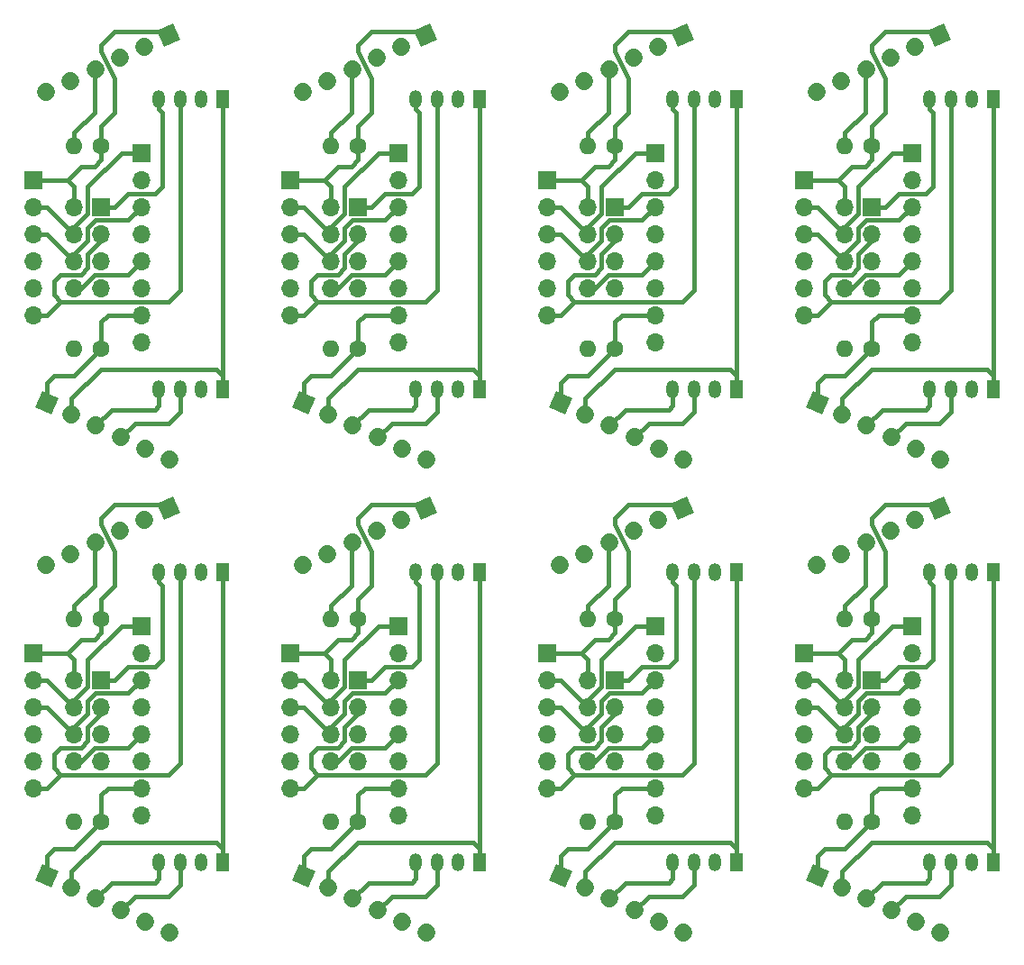
<source format=gbl>
G04 #@! TF.FileFunction,Copper,L2,Bot,Signal*
%FSLAX46Y46*%
G04 Gerber Fmt 4.6, Leading zero omitted, Abs format (unit mm)*
G04 Created by KiCad (PCBNEW 4.0.7) date 06/11/20 11:20:33*
%MOMM*%
%LPD*%
G01*
G04 APERTURE LIST*
%ADD10C,0.100000*%
%ADD11R,1.700000X1.700000*%
%ADD12O,1.700000X1.700000*%
%ADD13C,1.600000*%
%ADD14O,1.600000X1.600000*%
%ADD15C,1.700000*%
%ADD16R,1.200000X1.700000*%
%ADD17O,1.200000X1.700000*%
%ADD18C,0.400000*%
G04 APERTURE END LIST*
D10*
D11*
X144780000Y-102870000D03*
D12*
X142240000Y-102870000D03*
X144780000Y-105410000D03*
X142240000Y-105410000D03*
X144780000Y-107950000D03*
X142240000Y-107950000D03*
X144780000Y-110490000D03*
X142240000Y-110490000D03*
D11*
X120650000Y-102870000D03*
D12*
X118110000Y-102870000D03*
X120650000Y-105410000D03*
X118110000Y-105410000D03*
X120650000Y-107950000D03*
X118110000Y-107950000D03*
X120650000Y-110490000D03*
X118110000Y-110490000D03*
D11*
X96520000Y-102870000D03*
D12*
X93980000Y-102870000D03*
X96520000Y-105410000D03*
X93980000Y-105410000D03*
X96520000Y-107950000D03*
X93980000Y-107950000D03*
X96520000Y-110490000D03*
X93980000Y-110490000D03*
D11*
X72390000Y-102870000D03*
D12*
X69850000Y-102870000D03*
X72390000Y-105410000D03*
X69850000Y-105410000D03*
X72390000Y-107950000D03*
X69850000Y-107950000D03*
X72390000Y-110490000D03*
X69850000Y-110490000D03*
D11*
X144780000Y-58420000D03*
D12*
X142240000Y-58420000D03*
X144780000Y-60960000D03*
X142240000Y-60960000D03*
X144780000Y-63500000D03*
X142240000Y-63500000D03*
X144780000Y-66040000D03*
X142240000Y-66040000D03*
D11*
X120650000Y-58420000D03*
D12*
X118110000Y-58420000D03*
X120650000Y-60960000D03*
X118110000Y-60960000D03*
X120650000Y-63500000D03*
X118110000Y-63500000D03*
X120650000Y-66040000D03*
X118110000Y-66040000D03*
D11*
X96520000Y-58420000D03*
D12*
X93980000Y-58420000D03*
X96520000Y-60960000D03*
X93980000Y-60960000D03*
X96520000Y-63500000D03*
X93980000Y-63500000D03*
X96520000Y-66040000D03*
X93980000Y-66040000D03*
D13*
X144780000Y-116205000D03*
D14*
X142240000Y-116205000D03*
D13*
X120650000Y-116205000D03*
D14*
X118110000Y-116205000D03*
D13*
X96520000Y-116205000D03*
D14*
X93980000Y-116205000D03*
D13*
X72390000Y-116205000D03*
D14*
X69850000Y-116205000D03*
D13*
X144780000Y-71755000D03*
D14*
X142240000Y-71755000D03*
D13*
X120650000Y-71755000D03*
D14*
X118110000Y-71755000D03*
D13*
X96520000Y-71755000D03*
D14*
X93980000Y-71755000D03*
D13*
X144780000Y-97155000D03*
D14*
X142240000Y-97155000D03*
D13*
X120650000Y-97155000D03*
D14*
X118110000Y-97155000D03*
D13*
X96520000Y-97155000D03*
D14*
X93980000Y-97155000D03*
D13*
X72390000Y-97155000D03*
D14*
X69850000Y-97155000D03*
D13*
X144780000Y-52705000D03*
D14*
X142240000Y-52705000D03*
D13*
X120650000Y-52705000D03*
D14*
X118110000Y-52705000D03*
D13*
X96520000Y-52705000D03*
D14*
X93980000Y-52705000D03*
D10*
G36*
X150000413Y-86329864D02*
X151541136Y-85611413D01*
X152259587Y-87152136D01*
X150718864Y-87870587D01*
X150000413Y-86329864D01*
X150000413Y-86329864D01*
G37*
D15*
X148827978Y-87814450D02*
X148827978Y-87814450D01*
X146525956Y-88887901D02*
X146525956Y-88887901D01*
X144223935Y-89961351D02*
X144223935Y-89961351D01*
X141921913Y-91034802D02*
X141921913Y-91034802D01*
X139619891Y-92108252D02*
X139619891Y-92108252D01*
D10*
G36*
X125870413Y-86329864D02*
X127411136Y-85611413D01*
X128129587Y-87152136D01*
X126588864Y-87870587D01*
X125870413Y-86329864D01*
X125870413Y-86329864D01*
G37*
D15*
X124697978Y-87814450D02*
X124697978Y-87814450D01*
X122395956Y-88887901D02*
X122395956Y-88887901D01*
X120093935Y-89961351D02*
X120093935Y-89961351D01*
X117791913Y-91034802D02*
X117791913Y-91034802D01*
X115489891Y-92108252D02*
X115489891Y-92108252D01*
D10*
G36*
X101740413Y-86329864D02*
X103281136Y-85611413D01*
X103999587Y-87152136D01*
X102458864Y-87870587D01*
X101740413Y-86329864D01*
X101740413Y-86329864D01*
G37*
D15*
X100567978Y-87814450D02*
X100567978Y-87814450D01*
X98265956Y-88887901D02*
X98265956Y-88887901D01*
X95963935Y-89961351D02*
X95963935Y-89961351D01*
X93661913Y-91034802D02*
X93661913Y-91034802D01*
X91359891Y-92108252D02*
X91359891Y-92108252D01*
D10*
G36*
X77610413Y-86329864D02*
X79151136Y-85611413D01*
X79869587Y-87152136D01*
X78328864Y-87870587D01*
X77610413Y-86329864D01*
X77610413Y-86329864D01*
G37*
D15*
X76437978Y-87814450D02*
X76437978Y-87814450D01*
X74135956Y-88887901D02*
X74135956Y-88887901D01*
X71833935Y-89961351D02*
X71833935Y-89961351D01*
X69531913Y-91034802D02*
X69531913Y-91034802D01*
X67229891Y-92108252D02*
X67229891Y-92108252D01*
D10*
G36*
X150000413Y-41879864D02*
X151541136Y-41161413D01*
X152259587Y-42702136D01*
X150718864Y-43420587D01*
X150000413Y-41879864D01*
X150000413Y-41879864D01*
G37*
D15*
X148827978Y-43364450D02*
X148827978Y-43364450D01*
X146525956Y-44437901D02*
X146525956Y-44437901D01*
X144223935Y-45511351D02*
X144223935Y-45511351D01*
X141921913Y-46584802D02*
X141921913Y-46584802D01*
X139619891Y-47658252D02*
X139619891Y-47658252D01*
D10*
G36*
X125870413Y-41879864D02*
X127411136Y-41161413D01*
X128129587Y-42702136D01*
X126588864Y-43420587D01*
X125870413Y-41879864D01*
X125870413Y-41879864D01*
G37*
D15*
X124697978Y-43364450D02*
X124697978Y-43364450D01*
X122395956Y-44437901D02*
X122395956Y-44437901D01*
X120093935Y-45511351D02*
X120093935Y-45511351D01*
X117791913Y-46584802D02*
X117791913Y-46584802D01*
X115489891Y-47658252D02*
X115489891Y-47658252D01*
D10*
G36*
X101740413Y-41879864D02*
X103281136Y-41161413D01*
X103999587Y-42702136D01*
X102458864Y-43420587D01*
X101740413Y-41879864D01*
X101740413Y-41879864D01*
G37*
D15*
X100567978Y-43364450D02*
X100567978Y-43364450D01*
X98265956Y-44437901D02*
X98265956Y-44437901D01*
X95963935Y-45511351D02*
X95963935Y-45511351D01*
X93661913Y-46584802D02*
X93661913Y-46584802D01*
X91359891Y-47658252D02*
X91359891Y-47658252D01*
D11*
X138430000Y-100330000D03*
D12*
X138430000Y-102870000D03*
X138430000Y-105410000D03*
X138430000Y-107950000D03*
X138430000Y-110490000D03*
X138430000Y-113030000D03*
D11*
X114300000Y-100330000D03*
D12*
X114300000Y-102870000D03*
X114300000Y-105410000D03*
X114300000Y-107950000D03*
X114300000Y-110490000D03*
X114300000Y-113030000D03*
D11*
X90170000Y-100330000D03*
D12*
X90170000Y-102870000D03*
X90170000Y-105410000D03*
X90170000Y-107950000D03*
X90170000Y-110490000D03*
X90170000Y-113030000D03*
D11*
X66040000Y-100330000D03*
D12*
X66040000Y-102870000D03*
X66040000Y-105410000D03*
X66040000Y-107950000D03*
X66040000Y-110490000D03*
X66040000Y-113030000D03*
D11*
X138430000Y-55880000D03*
D12*
X138430000Y-58420000D03*
X138430000Y-60960000D03*
X138430000Y-63500000D03*
X138430000Y-66040000D03*
X138430000Y-68580000D03*
D11*
X114300000Y-55880000D03*
D12*
X114300000Y-58420000D03*
X114300000Y-60960000D03*
X114300000Y-63500000D03*
X114300000Y-66040000D03*
X114300000Y-68580000D03*
D11*
X90170000Y-55880000D03*
D12*
X90170000Y-58420000D03*
X90170000Y-60960000D03*
X90170000Y-63500000D03*
X90170000Y-66040000D03*
X90170000Y-68580000D03*
D11*
X148590000Y-97790000D03*
D12*
X148590000Y-100330000D03*
X148590000Y-102870000D03*
X148590000Y-105410000D03*
X148590000Y-107950000D03*
X148590000Y-110490000D03*
X148590000Y-113030000D03*
X148590000Y-115570000D03*
D11*
X124460000Y-97790000D03*
D12*
X124460000Y-100330000D03*
X124460000Y-102870000D03*
X124460000Y-105410000D03*
X124460000Y-107950000D03*
X124460000Y-110490000D03*
X124460000Y-113030000D03*
X124460000Y-115570000D03*
D11*
X100330000Y-97790000D03*
D12*
X100330000Y-100330000D03*
X100330000Y-102870000D03*
X100330000Y-105410000D03*
X100330000Y-107950000D03*
X100330000Y-110490000D03*
X100330000Y-113030000D03*
X100330000Y-115570000D03*
D11*
X76200000Y-97790000D03*
D12*
X76200000Y-100330000D03*
X76200000Y-102870000D03*
X76200000Y-105410000D03*
X76200000Y-107950000D03*
X76200000Y-110490000D03*
X76200000Y-113030000D03*
X76200000Y-115570000D03*
D11*
X148590000Y-53340000D03*
D12*
X148590000Y-55880000D03*
X148590000Y-58420000D03*
X148590000Y-60960000D03*
X148590000Y-63500000D03*
X148590000Y-66040000D03*
X148590000Y-68580000D03*
X148590000Y-71120000D03*
D11*
X124460000Y-53340000D03*
D12*
X124460000Y-55880000D03*
X124460000Y-58420000D03*
X124460000Y-60960000D03*
X124460000Y-63500000D03*
X124460000Y-66040000D03*
X124460000Y-68580000D03*
X124460000Y-71120000D03*
D11*
X100330000Y-53340000D03*
D12*
X100330000Y-55880000D03*
X100330000Y-58420000D03*
X100330000Y-60960000D03*
X100330000Y-63500000D03*
X100330000Y-66040000D03*
X100330000Y-68580000D03*
X100330000Y-71120000D03*
D16*
X156210000Y-92710000D03*
D17*
X154210000Y-92710000D03*
X152210000Y-92710000D03*
X150210000Y-92710000D03*
D16*
X132080000Y-92710000D03*
D17*
X130080000Y-92710000D03*
X128080000Y-92710000D03*
X126080000Y-92710000D03*
D16*
X107950000Y-92710000D03*
D17*
X105950000Y-92710000D03*
X103950000Y-92710000D03*
X101950000Y-92710000D03*
D16*
X83820000Y-92710000D03*
D17*
X81820000Y-92710000D03*
X79820000Y-92710000D03*
X77820000Y-92710000D03*
D16*
X156210000Y-48260000D03*
D17*
X154210000Y-48260000D03*
X152210000Y-48260000D03*
X150210000Y-48260000D03*
D16*
X132080000Y-48260000D03*
D17*
X130080000Y-48260000D03*
X128080000Y-48260000D03*
X126080000Y-48260000D03*
D16*
X107950000Y-48260000D03*
D17*
X105950000Y-48260000D03*
X103950000Y-48260000D03*
X101950000Y-48260000D03*
D10*
G36*
X140111136Y-122414587D02*
X138570413Y-121696136D01*
X139288864Y-120155413D01*
X140829587Y-120873864D01*
X140111136Y-122414587D01*
X140111136Y-122414587D01*
G37*
D15*
X142002022Y-122358450D02*
X142002022Y-122358450D01*
X144304044Y-123431901D02*
X144304044Y-123431901D01*
X146606065Y-124505351D02*
X146606065Y-124505351D01*
X148908087Y-125578802D02*
X148908087Y-125578802D01*
X151210109Y-126652252D02*
X151210109Y-126652252D01*
D10*
G36*
X115981136Y-122414587D02*
X114440413Y-121696136D01*
X115158864Y-120155413D01*
X116699587Y-120873864D01*
X115981136Y-122414587D01*
X115981136Y-122414587D01*
G37*
D15*
X117872022Y-122358450D02*
X117872022Y-122358450D01*
X120174044Y-123431901D02*
X120174044Y-123431901D01*
X122476065Y-124505351D02*
X122476065Y-124505351D01*
X124778087Y-125578802D02*
X124778087Y-125578802D01*
X127080109Y-126652252D02*
X127080109Y-126652252D01*
D10*
G36*
X91851136Y-122414587D02*
X90310413Y-121696136D01*
X91028864Y-120155413D01*
X92569587Y-120873864D01*
X91851136Y-122414587D01*
X91851136Y-122414587D01*
G37*
D15*
X93742022Y-122358450D02*
X93742022Y-122358450D01*
X96044044Y-123431901D02*
X96044044Y-123431901D01*
X98346065Y-124505351D02*
X98346065Y-124505351D01*
X100648087Y-125578802D02*
X100648087Y-125578802D01*
X102950109Y-126652252D02*
X102950109Y-126652252D01*
D10*
G36*
X67721136Y-122414587D02*
X66180413Y-121696136D01*
X66898864Y-120155413D01*
X68439587Y-120873864D01*
X67721136Y-122414587D01*
X67721136Y-122414587D01*
G37*
D15*
X69612022Y-122358450D02*
X69612022Y-122358450D01*
X71914044Y-123431901D02*
X71914044Y-123431901D01*
X74216065Y-124505351D02*
X74216065Y-124505351D01*
X76518087Y-125578802D02*
X76518087Y-125578802D01*
X78820109Y-126652252D02*
X78820109Y-126652252D01*
D10*
G36*
X140111136Y-77964587D02*
X138570413Y-77246136D01*
X139288864Y-75705413D01*
X140829587Y-76423864D01*
X140111136Y-77964587D01*
X140111136Y-77964587D01*
G37*
D15*
X142002022Y-77908450D02*
X142002022Y-77908450D01*
X144304044Y-78981901D02*
X144304044Y-78981901D01*
X146606065Y-80055351D02*
X146606065Y-80055351D01*
X148908087Y-81128802D02*
X148908087Y-81128802D01*
X151210109Y-82202252D02*
X151210109Y-82202252D01*
D10*
G36*
X115981136Y-77964587D02*
X114440413Y-77246136D01*
X115158864Y-75705413D01*
X116699587Y-76423864D01*
X115981136Y-77964587D01*
X115981136Y-77964587D01*
G37*
D15*
X117872022Y-77908450D02*
X117872022Y-77908450D01*
X120174044Y-78981901D02*
X120174044Y-78981901D01*
X122476065Y-80055351D02*
X122476065Y-80055351D01*
X124778087Y-81128802D02*
X124778087Y-81128802D01*
X127080109Y-82202252D02*
X127080109Y-82202252D01*
D10*
G36*
X91851136Y-77964587D02*
X90310413Y-77246136D01*
X91028864Y-75705413D01*
X92569587Y-76423864D01*
X91851136Y-77964587D01*
X91851136Y-77964587D01*
G37*
D15*
X93742022Y-77908450D02*
X93742022Y-77908450D01*
X96044044Y-78981901D02*
X96044044Y-78981901D01*
X98346065Y-80055351D02*
X98346065Y-80055351D01*
X100648087Y-81128802D02*
X100648087Y-81128802D01*
X102950109Y-82202252D02*
X102950109Y-82202252D01*
D16*
X156210000Y-120015000D03*
D17*
X154210000Y-120015000D03*
X152210000Y-120015000D03*
X150210000Y-120015000D03*
D16*
X132080000Y-120015000D03*
D17*
X130080000Y-120015000D03*
X128080000Y-120015000D03*
X126080000Y-120015000D03*
D16*
X107950000Y-120015000D03*
D17*
X105950000Y-120015000D03*
X103950000Y-120015000D03*
X101950000Y-120015000D03*
D16*
X83820000Y-120015000D03*
D17*
X81820000Y-120015000D03*
X79820000Y-120015000D03*
X77820000Y-120015000D03*
D16*
X156210000Y-75565000D03*
D17*
X154210000Y-75565000D03*
X152210000Y-75565000D03*
X150210000Y-75565000D03*
D16*
X132080000Y-75565000D03*
D17*
X130080000Y-75565000D03*
X128080000Y-75565000D03*
X126080000Y-75565000D03*
D16*
X107950000Y-75565000D03*
D17*
X105950000Y-75565000D03*
X103950000Y-75565000D03*
X101950000Y-75565000D03*
D11*
X76200000Y-53340000D03*
D12*
X76200000Y-55880000D03*
X76200000Y-58420000D03*
X76200000Y-60960000D03*
X76200000Y-63500000D03*
X76200000Y-66040000D03*
X76200000Y-68580000D03*
X76200000Y-71120000D03*
D11*
X72390000Y-58420000D03*
D12*
X69850000Y-58420000D03*
X72390000Y-60960000D03*
X69850000Y-60960000D03*
X72390000Y-63500000D03*
X69850000Y-63500000D03*
X72390000Y-66040000D03*
X69850000Y-66040000D03*
D16*
X83820000Y-48260000D03*
D17*
X81820000Y-48260000D03*
X79820000Y-48260000D03*
X77820000Y-48260000D03*
D16*
X83820000Y-75565000D03*
D17*
X81820000Y-75565000D03*
X79820000Y-75565000D03*
X77820000Y-75565000D03*
D10*
G36*
X67721136Y-77964587D02*
X66180413Y-77246136D01*
X66898864Y-75705413D01*
X68439587Y-76423864D01*
X67721136Y-77964587D01*
X67721136Y-77964587D01*
G37*
D15*
X69612022Y-77908450D02*
X69612022Y-77908450D01*
X71914044Y-78981901D02*
X71914044Y-78981901D01*
X74216065Y-80055351D02*
X74216065Y-80055351D01*
X76518087Y-81128802D02*
X76518087Y-81128802D01*
X78820109Y-82202252D02*
X78820109Y-82202252D01*
D11*
X66040000Y-55880000D03*
D12*
X66040000Y-58420000D03*
X66040000Y-60960000D03*
X66040000Y-63500000D03*
X66040000Y-66040000D03*
X66040000Y-68580000D03*
D10*
G36*
X77610413Y-41879864D02*
X79151136Y-41161413D01*
X79869587Y-42702136D01*
X78328864Y-43420587D01*
X77610413Y-41879864D01*
X77610413Y-41879864D01*
G37*
D15*
X76437978Y-43364450D02*
X76437978Y-43364450D01*
X74135956Y-44437901D02*
X74135956Y-44437901D01*
X71833935Y-45511351D02*
X71833935Y-45511351D01*
X69531913Y-46584802D02*
X69531913Y-46584802D01*
X67229891Y-47658252D02*
X67229891Y-47658252D01*
D13*
X72390000Y-52705000D03*
D14*
X69850000Y-52705000D03*
D13*
X72390000Y-71755000D03*
D14*
X69850000Y-71755000D03*
D18*
X146050000Y-93980000D02*
X146050000Y-90805000D01*
X121920000Y-93980000D02*
X121920000Y-90805000D01*
X97790000Y-93980000D02*
X97790000Y-90805000D01*
X73660000Y-93980000D02*
X73660000Y-90805000D01*
X146050000Y-49530000D02*
X146050000Y-46355000D01*
X121920000Y-49530000D02*
X121920000Y-46355000D01*
X97790000Y-49530000D02*
X97790000Y-46355000D01*
X150749000Y-86360000D02*
X151130000Y-86741000D01*
X126619000Y-86360000D02*
X127000000Y-86741000D01*
X102489000Y-86360000D02*
X102870000Y-86741000D01*
X78359000Y-86360000D02*
X78740000Y-86741000D01*
X150749000Y-41910000D02*
X151130000Y-42291000D01*
X126619000Y-41910000D02*
X127000000Y-42291000D01*
X102489000Y-41910000D02*
X102870000Y-42291000D01*
X146050000Y-86360000D02*
X150749000Y-86360000D01*
X121920000Y-86360000D02*
X126619000Y-86360000D01*
X97790000Y-86360000D02*
X102489000Y-86360000D01*
X73660000Y-86360000D02*
X78359000Y-86360000D01*
X146050000Y-41910000D02*
X150749000Y-41910000D01*
X121920000Y-41910000D02*
X126619000Y-41910000D01*
X97790000Y-41910000D02*
X102489000Y-41910000D01*
X146050000Y-90805000D02*
X144780000Y-88265000D01*
X121920000Y-90805000D02*
X120650000Y-88265000D01*
X97790000Y-90805000D02*
X96520000Y-88265000D01*
X73660000Y-90805000D02*
X72390000Y-88265000D01*
X146050000Y-46355000D02*
X144780000Y-43815000D01*
X121920000Y-46355000D02*
X120650000Y-43815000D01*
X97790000Y-46355000D02*
X96520000Y-43815000D01*
X144780000Y-88265000D02*
X144780000Y-87630000D01*
X120650000Y-88265000D02*
X120650000Y-87630000D01*
X96520000Y-88265000D02*
X96520000Y-87630000D01*
X72390000Y-88265000D02*
X72390000Y-87630000D01*
X144780000Y-43815000D02*
X144780000Y-43180000D01*
X120650000Y-43815000D02*
X120650000Y-43180000D01*
X96520000Y-43815000D02*
X96520000Y-43180000D01*
X144780000Y-87630000D02*
X146050000Y-86360000D01*
X120650000Y-87630000D02*
X121920000Y-86360000D01*
X96520000Y-87630000D02*
X97790000Y-86360000D01*
X72390000Y-87630000D02*
X73660000Y-86360000D01*
X144780000Y-43180000D02*
X146050000Y-41910000D01*
X120650000Y-43180000D02*
X121920000Y-41910000D01*
X96520000Y-43180000D02*
X97790000Y-41910000D01*
X144780000Y-113665000D02*
X145415000Y-113030000D01*
X120650000Y-113665000D02*
X121285000Y-113030000D01*
X96520000Y-113665000D02*
X97155000Y-113030000D01*
X72390000Y-113665000D02*
X73025000Y-113030000D01*
X144780000Y-69215000D02*
X145415000Y-68580000D01*
X120650000Y-69215000D02*
X121285000Y-68580000D01*
X96520000Y-69215000D02*
X97155000Y-68580000D01*
X144780000Y-116205000D02*
X144780000Y-113665000D01*
X120650000Y-116205000D02*
X120650000Y-113665000D01*
X96520000Y-116205000D02*
X96520000Y-113665000D01*
X72390000Y-116205000D02*
X72390000Y-113665000D01*
X144780000Y-71755000D02*
X144780000Y-69215000D01*
X120650000Y-71755000D02*
X120650000Y-69215000D01*
X96520000Y-71755000D02*
X96520000Y-69215000D01*
X144145000Y-99060000D02*
X144780000Y-98425000D01*
X120015000Y-99060000D02*
X120650000Y-98425000D01*
X95885000Y-99060000D02*
X96520000Y-98425000D01*
X71755000Y-99060000D02*
X72390000Y-98425000D01*
X144145000Y-54610000D02*
X144780000Y-53975000D01*
X120015000Y-54610000D02*
X120650000Y-53975000D01*
X95885000Y-54610000D02*
X96520000Y-53975000D01*
X144780000Y-98425000D02*
X144780000Y-97155000D01*
X120650000Y-98425000D02*
X120650000Y-97155000D01*
X96520000Y-98425000D02*
X96520000Y-97155000D01*
X72390000Y-98425000D02*
X72390000Y-97155000D01*
X144780000Y-53975000D02*
X144780000Y-52705000D01*
X120650000Y-53975000D02*
X120650000Y-52705000D01*
X96520000Y-53975000D02*
X96520000Y-52705000D01*
X144780000Y-95250000D02*
X146050000Y-93980000D01*
X120650000Y-95250000D02*
X121920000Y-93980000D01*
X96520000Y-95250000D02*
X97790000Y-93980000D01*
X72390000Y-95250000D02*
X73660000Y-93980000D01*
X144780000Y-50800000D02*
X146050000Y-49530000D01*
X120650000Y-50800000D02*
X121920000Y-49530000D01*
X96520000Y-50800000D02*
X97790000Y-49530000D01*
X144780000Y-97155000D02*
X144780000Y-95250000D01*
X120650000Y-97155000D02*
X120650000Y-95250000D01*
X96520000Y-97155000D02*
X96520000Y-95250000D01*
X72390000Y-97155000D02*
X72390000Y-95250000D01*
X144780000Y-52705000D02*
X144780000Y-50800000D01*
X120650000Y-52705000D02*
X120650000Y-50800000D01*
X96520000Y-52705000D02*
X96520000Y-50800000D01*
X145415000Y-113030000D02*
X148590000Y-113030000D01*
X121285000Y-113030000D02*
X124460000Y-113030000D01*
X97155000Y-113030000D02*
X100330000Y-113030000D01*
X73025000Y-113030000D02*
X76200000Y-113030000D01*
X145415000Y-68580000D02*
X148590000Y-68580000D01*
X121285000Y-68580000D02*
X124460000Y-68580000D01*
X97155000Y-68580000D02*
X100330000Y-68580000D01*
X140335000Y-118745000D02*
X139700000Y-119380000D01*
X116205000Y-118745000D02*
X115570000Y-119380000D01*
X92075000Y-118745000D02*
X91440000Y-119380000D01*
X67945000Y-118745000D02*
X67310000Y-119380000D01*
X140335000Y-74295000D02*
X139700000Y-74930000D01*
X116205000Y-74295000D02*
X115570000Y-74930000D01*
X92075000Y-74295000D02*
X91440000Y-74930000D01*
X139700000Y-119380000D02*
X139700000Y-121285000D01*
X115570000Y-119380000D02*
X115570000Y-121285000D01*
X91440000Y-119380000D02*
X91440000Y-121285000D01*
X67310000Y-119380000D02*
X67310000Y-121285000D01*
X139700000Y-74930000D02*
X139700000Y-76835000D01*
X115570000Y-74930000D02*
X115570000Y-76835000D01*
X91440000Y-74930000D02*
X91440000Y-76835000D01*
X142240000Y-118745000D02*
X140335000Y-118745000D01*
X118110000Y-118745000D02*
X116205000Y-118745000D01*
X93980000Y-118745000D02*
X92075000Y-118745000D01*
X69850000Y-118745000D02*
X67945000Y-118745000D01*
X142240000Y-74295000D02*
X140335000Y-74295000D01*
X118110000Y-74295000D02*
X116205000Y-74295000D01*
X93980000Y-74295000D02*
X92075000Y-74295000D01*
X144780000Y-116205000D02*
X142240000Y-118745000D01*
X120650000Y-116205000D02*
X118110000Y-118745000D01*
X96520000Y-116205000D02*
X93980000Y-118745000D01*
X72390000Y-116205000D02*
X69850000Y-118745000D01*
X144780000Y-71755000D02*
X142240000Y-74295000D01*
X120650000Y-71755000D02*
X118110000Y-74295000D01*
X96520000Y-71755000D02*
X93980000Y-74295000D01*
X138430000Y-100330000D02*
X141605000Y-100330000D01*
X114300000Y-100330000D02*
X117475000Y-100330000D01*
X90170000Y-100330000D02*
X93345000Y-100330000D01*
X66040000Y-100330000D02*
X69215000Y-100330000D01*
X138430000Y-55880000D02*
X141605000Y-55880000D01*
X114300000Y-55880000D02*
X117475000Y-55880000D01*
X90170000Y-55880000D02*
X93345000Y-55880000D01*
X142240000Y-100965000D02*
X142240000Y-102870000D01*
X118110000Y-100965000D02*
X118110000Y-102870000D01*
X93980000Y-100965000D02*
X93980000Y-102870000D01*
X69850000Y-100965000D02*
X69850000Y-102870000D01*
X142240000Y-56515000D02*
X142240000Y-58420000D01*
X118110000Y-56515000D02*
X118110000Y-58420000D01*
X93980000Y-56515000D02*
X93980000Y-58420000D01*
X142875000Y-99060000D02*
X144145000Y-99060000D01*
X118745000Y-99060000D02*
X120015000Y-99060000D01*
X94615000Y-99060000D02*
X95885000Y-99060000D01*
X70485000Y-99060000D02*
X71755000Y-99060000D01*
X142875000Y-54610000D02*
X144145000Y-54610000D01*
X118745000Y-54610000D02*
X120015000Y-54610000D01*
X94615000Y-54610000D02*
X95885000Y-54610000D01*
X141605000Y-100330000D02*
X142875000Y-99060000D01*
X117475000Y-100330000D02*
X118745000Y-99060000D01*
X93345000Y-100330000D02*
X94615000Y-99060000D01*
X69215000Y-100330000D02*
X70485000Y-99060000D01*
X141605000Y-55880000D02*
X142875000Y-54610000D01*
X117475000Y-55880000D02*
X118745000Y-54610000D01*
X93345000Y-55880000D02*
X94615000Y-54610000D01*
X141605000Y-100330000D02*
X142240000Y-100965000D01*
X117475000Y-100330000D02*
X118110000Y-100965000D01*
X93345000Y-100330000D02*
X93980000Y-100965000D01*
X69215000Y-100330000D02*
X69850000Y-100965000D01*
X141605000Y-55880000D02*
X142240000Y-56515000D01*
X117475000Y-55880000D02*
X118110000Y-56515000D01*
X93345000Y-55880000D02*
X93980000Y-56515000D01*
X72390000Y-43815000D02*
X72390000Y-43180000D01*
X72390000Y-50800000D02*
X73660000Y-49530000D01*
X73660000Y-49530000D02*
X73660000Y-46355000D01*
X73660000Y-46355000D02*
X72390000Y-43815000D01*
X72390000Y-52705000D02*
X72390000Y-50800000D01*
X73660000Y-41910000D02*
X78359000Y-41910000D01*
X72390000Y-43180000D02*
X73660000Y-41910000D01*
X78359000Y-41910000D02*
X78740000Y-42291000D01*
X72390000Y-71755000D02*
X69850000Y-74295000D01*
X67310000Y-74930000D02*
X67310000Y-76835000D01*
X67945000Y-74295000D02*
X67310000Y-74930000D01*
X69850000Y-74295000D02*
X67945000Y-74295000D01*
X69215000Y-55880000D02*
X70485000Y-54610000D01*
X72390000Y-53975000D02*
X72390000Y-52705000D01*
X71755000Y-54610000D02*
X72390000Y-53975000D01*
X70485000Y-54610000D02*
X71755000Y-54610000D01*
X66040000Y-55880000D02*
X69215000Y-55880000D01*
X69850000Y-56515000D02*
X69850000Y-58420000D01*
X69215000Y-55880000D02*
X69850000Y-56515000D01*
X72390000Y-69215000D02*
X73025000Y-68580000D01*
X73025000Y-68580000D02*
X76200000Y-68580000D01*
X72390000Y-71755000D02*
X72390000Y-69215000D01*
X152210000Y-110680000D02*
X152210000Y-92710000D01*
X128080000Y-110680000D02*
X128080000Y-92710000D01*
X103950000Y-110680000D02*
X103950000Y-92710000D01*
X79820000Y-110680000D02*
X79820000Y-92710000D01*
X152210000Y-66230000D02*
X152210000Y-48260000D01*
X128080000Y-66230000D02*
X128080000Y-48260000D01*
X103950000Y-66230000D02*
X103950000Y-48260000D01*
X144780000Y-105410000D02*
X144780000Y-106045000D01*
X120650000Y-105410000D02*
X120650000Y-106045000D01*
X96520000Y-105410000D02*
X96520000Y-106045000D01*
X72390000Y-105410000D02*
X72390000Y-106045000D01*
X144780000Y-60960000D02*
X144780000Y-61595000D01*
X120650000Y-60960000D02*
X120650000Y-61595000D01*
X96520000Y-60960000D02*
X96520000Y-61595000D01*
X140970000Y-111760000D02*
X151130000Y-111760000D01*
X116840000Y-111760000D02*
X127000000Y-111760000D01*
X92710000Y-111760000D02*
X102870000Y-111760000D01*
X68580000Y-111760000D02*
X78740000Y-111760000D01*
X140970000Y-67310000D02*
X151130000Y-67310000D01*
X116840000Y-67310000D02*
X127000000Y-67310000D01*
X92710000Y-67310000D02*
X102870000Y-67310000D01*
X143510000Y-107315000D02*
X143510000Y-108585000D01*
X119380000Y-107315000D02*
X119380000Y-108585000D01*
X95250000Y-107315000D02*
X95250000Y-108585000D01*
X71120000Y-107315000D02*
X71120000Y-108585000D01*
X143510000Y-62865000D02*
X143510000Y-64135000D01*
X119380000Y-62865000D02*
X119380000Y-64135000D01*
X95250000Y-62865000D02*
X95250000Y-64135000D01*
X151130000Y-111760000D02*
X152210000Y-110680000D01*
X127000000Y-111760000D02*
X128080000Y-110680000D01*
X102870000Y-111760000D02*
X103950000Y-110680000D01*
X78740000Y-111760000D02*
X79820000Y-110680000D01*
X151130000Y-67310000D02*
X152210000Y-66230000D01*
X127000000Y-67310000D02*
X128080000Y-66230000D01*
X102870000Y-67310000D02*
X103950000Y-66230000D01*
X143510000Y-108585000D02*
X142875000Y-109220000D01*
X119380000Y-108585000D02*
X118745000Y-109220000D01*
X95250000Y-108585000D02*
X94615000Y-109220000D01*
X71120000Y-108585000D02*
X70485000Y-109220000D01*
X143510000Y-64135000D02*
X142875000Y-64770000D01*
X119380000Y-64135000D02*
X118745000Y-64770000D01*
X95250000Y-64135000D02*
X94615000Y-64770000D01*
X138430000Y-113030000D02*
X139700000Y-113030000D01*
X114300000Y-113030000D02*
X115570000Y-113030000D01*
X90170000Y-113030000D02*
X91440000Y-113030000D01*
X66040000Y-113030000D02*
X67310000Y-113030000D01*
X138430000Y-68580000D02*
X139700000Y-68580000D01*
X114300000Y-68580000D02*
X115570000Y-68580000D01*
X90170000Y-68580000D02*
X91440000Y-68580000D01*
X140335000Y-109855000D02*
X140970000Y-109220000D01*
X116205000Y-109855000D02*
X116840000Y-109220000D01*
X92075000Y-109855000D02*
X92710000Y-109220000D01*
X67945000Y-109855000D02*
X68580000Y-109220000D01*
X140335000Y-65405000D02*
X140970000Y-64770000D01*
X116205000Y-65405000D02*
X116840000Y-64770000D01*
X92075000Y-65405000D02*
X92710000Y-64770000D01*
X140970000Y-111760000D02*
X140335000Y-111125000D01*
X116840000Y-111760000D02*
X116205000Y-111125000D01*
X92710000Y-111760000D02*
X92075000Y-111125000D01*
X68580000Y-111760000D02*
X67945000Y-111125000D01*
X140970000Y-67310000D02*
X140335000Y-66675000D01*
X116840000Y-67310000D02*
X116205000Y-66675000D01*
X92710000Y-67310000D02*
X92075000Y-66675000D01*
X140335000Y-111125000D02*
X140335000Y-109855000D01*
X116205000Y-111125000D02*
X116205000Y-109855000D01*
X92075000Y-111125000D02*
X92075000Y-109855000D01*
X67945000Y-111125000D02*
X67945000Y-109855000D01*
X140335000Y-66675000D02*
X140335000Y-65405000D01*
X116205000Y-66675000D02*
X116205000Y-65405000D01*
X92075000Y-66675000D02*
X92075000Y-65405000D01*
X139700000Y-113030000D02*
X140970000Y-111760000D01*
X115570000Y-113030000D02*
X116840000Y-111760000D01*
X91440000Y-113030000D02*
X92710000Y-111760000D01*
X67310000Y-113030000D02*
X68580000Y-111760000D01*
X139700000Y-68580000D02*
X140970000Y-67310000D01*
X115570000Y-68580000D02*
X116840000Y-67310000D01*
X91440000Y-68580000D02*
X92710000Y-67310000D01*
X142875000Y-109220000D02*
X140970000Y-109220000D01*
X118745000Y-109220000D02*
X116840000Y-109220000D01*
X94615000Y-109220000D02*
X92710000Y-109220000D01*
X70485000Y-109220000D02*
X68580000Y-109220000D01*
X142875000Y-64770000D02*
X140970000Y-64770000D01*
X118745000Y-64770000D02*
X116840000Y-64770000D01*
X94615000Y-64770000D02*
X92710000Y-64770000D01*
X144780000Y-106045000D02*
X143510000Y-107315000D01*
X120650000Y-106045000D02*
X119380000Y-107315000D01*
X96520000Y-106045000D02*
X95250000Y-107315000D01*
X72390000Y-106045000D02*
X71120000Y-107315000D01*
X144780000Y-61595000D02*
X143510000Y-62865000D01*
X120650000Y-61595000D02*
X119380000Y-62865000D01*
X96520000Y-61595000D02*
X95250000Y-62865000D01*
X68580000Y-67310000D02*
X67945000Y-66675000D01*
X67945000Y-65405000D02*
X68580000Y-64770000D01*
X67945000Y-66675000D02*
X67945000Y-65405000D01*
X72390000Y-60960000D02*
X72390000Y-61595000D01*
X72390000Y-61595000D02*
X71120000Y-62865000D01*
X70485000Y-64770000D02*
X68580000Y-64770000D01*
X71120000Y-64135000D02*
X70485000Y-64770000D01*
X71120000Y-62865000D02*
X71120000Y-64135000D01*
X66040000Y-68580000D02*
X67310000Y-68580000D01*
X79820000Y-66230000D02*
X79820000Y-48260000D01*
X78740000Y-67310000D02*
X79820000Y-66230000D01*
X68580000Y-67310000D02*
X78740000Y-67310000D01*
X67310000Y-68580000D02*
X68580000Y-67310000D01*
X156210000Y-92710000D02*
X156210000Y-120015000D01*
X132080000Y-92710000D02*
X132080000Y-120015000D01*
X107950000Y-92710000D02*
X107950000Y-120015000D01*
X83820000Y-92710000D02*
X83820000Y-120015000D01*
X156210000Y-48260000D02*
X156210000Y-75565000D01*
X132080000Y-48260000D02*
X132080000Y-75565000D01*
X107950000Y-48260000D02*
X107950000Y-75565000D01*
X148590000Y-97790000D02*
X146685000Y-97790000D01*
X124460000Y-97790000D02*
X122555000Y-97790000D01*
X100330000Y-97790000D02*
X98425000Y-97790000D01*
X76200000Y-97790000D02*
X74295000Y-97790000D01*
X148590000Y-53340000D02*
X146685000Y-53340000D01*
X124460000Y-53340000D02*
X122555000Y-53340000D01*
X100330000Y-53340000D02*
X98425000Y-53340000D01*
X146685000Y-97790000D02*
X143529600Y-100945400D01*
X122555000Y-97790000D02*
X119399600Y-100945400D01*
X98425000Y-97790000D02*
X95269600Y-100945400D01*
X74295000Y-97790000D02*
X71139600Y-100945400D01*
X146685000Y-53340000D02*
X143529600Y-56495400D01*
X122555000Y-53340000D02*
X119399600Y-56495400D01*
X98425000Y-53340000D02*
X95269600Y-56495400D01*
X156210000Y-118745000D02*
X156210000Y-120015000D01*
X132080000Y-118745000D02*
X132080000Y-120015000D01*
X107950000Y-118745000D02*
X107950000Y-120015000D01*
X83820000Y-118745000D02*
X83820000Y-120015000D01*
X156210000Y-74295000D02*
X156210000Y-75565000D01*
X132080000Y-74295000D02*
X132080000Y-75565000D01*
X107950000Y-74295000D02*
X107950000Y-75565000D01*
X155575000Y-118110000D02*
X156210000Y-118745000D01*
X131445000Y-118110000D02*
X132080000Y-118745000D01*
X107315000Y-118110000D02*
X107950000Y-118745000D01*
X83185000Y-118110000D02*
X83820000Y-118745000D01*
X155575000Y-73660000D02*
X156210000Y-74295000D01*
X131445000Y-73660000D02*
X132080000Y-74295000D01*
X107315000Y-73660000D02*
X107950000Y-74295000D01*
X144780000Y-118110000D02*
X155575000Y-118110000D01*
X120650000Y-118110000D02*
X131445000Y-118110000D01*
X96520000Y-118110000D02*
X107315000Y-118110000D01*
X72390000Y-118110000D02*
X83185000Y-118110000D01*
X144780000Y-73660000D02*
X155575000Y-73660000D01*
X120650000Y-73660000D02*
X131445000Y-73660000D01*
X96520000Y-73660000D02*
X107315000Y-73660000D01*
X142002022Y-120887978D02*
X144780000Y-118110000D01*
X117872022Y-120887978D02*
X120650000Y-118110000D01*
X93742022Y-120887978D02*
X96520000Y-118110000D01*
X69612022Y-120887978D02*
X72390000Y-118110000D01*
X142002022Y-76437978D02*
X144780000Y-73660000D01*
X117872022Y-76437978D02*
X120650000Y-73660000D01*
X93742022Y-76437978D02*
X96520000Y-73660000D01*
X142002022Y-122358450D02*
X142002022Y-120887978D01*
X117872022Y-122358450D02*
X117872022Y-120887978D01*
X93742022Y-122358450D02*
X93742022Y-120887978D01*
X69612022Y-122358450D02*
X69612022Y-120887978D01*
X142002022Y-77908450D02*
X142002022Y-76437978D01*
X117872022Y-77908450D02*
X117872022Y-76437978D01*
X93742022Y-77908450D02*
X93742022Y-76437978D01*
X142240000Y-104775000D02*
X143529600Y-103485400D01*
X118110000Y-104775000D02*
X119399600Y-103485400D01*
X93980000Y-104775000D02*
X95269600Y-103485400D01*
X69850000Y-104775000D02*
X71139600Y-103485400D01*
X142240000Y-60325000D02*
X143529600Y-59035400D01*
X118110000Y-60325000D02*
X119399600Y-59035400D01*
X93980000Y-60325000D02*
X95269600Y-59035400D01*
X142240000Y-105410000D02*
X142240000Y-104775000D01*
X118110000Y-105410000D02*
X118110000Y-104775000D01*
X93980000Y-105410000D02*
X93980000Y-104775000D01*
X69850000Y-105410000D02*
X69850000Y-104775000D01*
X142240000Y-60960000D02*
X142240000Y-60325000D01*
X118110000Y-60960000D02*
X118110000Y-60325000D01*
X93980000Y-60960000D02*
X93980000Y-60325000D01*
X142220300Y-105410000D02*
X142240000Y-105410000D01*
X118090300Y-105410000D02*
X118110000Y-105410000D01*
X93960300Y-105410000D02*
X93980000Y-105410000D01*
X69830300Y-105410000D02*
X69850000Y-105410000D01*
X142220300Y-60960000D02*
X142240000Y-60960000D01*
X118090300Y-60960000D02*
X118110000Y-60960000D01*
X93960300Y-60960000D02*
X93980000Y-60960000D01*
X138430000Y-102870000D02*
X139680300Y-102870000D01*
X114300000Y-102870000D02*
X115550300Y-102870000D01*
X90170000Y-102870000D02*
X91420300Y-102870000D01*
X66040000Y-102870000D02*
X67290300Y-102870000D01*
X138430000Y-58420000D02*
X139680300Y-58420000D01*
X114300000Y-58420000D02*
X115550300Y-58420000D01*
X90170000Y-58420000D02*
X91420300Y-58420000D01*
X139680300Y-102870000D02*
X142220300Y-105410000D01*
X115550300Y-102870000D02*
X118090300Y-105410000D01*
X91420300Y-102870000D02*
X93960300Y-105410000D01*
X67290300Y-102870000D02*
X69830300Y-105410000D01*
X139680300Y-58420000D02*
X142220300Y-60960000D01*
X115550300Y-58420000D02*
X118090300Y-60960000D01*
X91420300Y-58420000D02*
X93960300Y-60960000D01*
X143529600Y-103485400D02*
X143529600Y-100945400D01*
X119399600Y-103485400D02*
X119399600Y-100945400D01*
X95269600Y-103485400D02*
X95269600Y-100945400D01*
X71139600Y-103485400D02*
X71139600Y-100945400D01*
X143529600Y-59035400D02*
X143529600Y-56495400D01*
X119399600Y-59035400D02*
X119399600Y-56495400D01*
X95269600Y-59035400D02*
X95269600Y-56495400D01*
X83820000Y-48260000D02*
X83820000Y-75565000D01*
X69850000Y-60960000D02*
X69850000Y-60325000D01*
X69850000Y-60325000D02*
X71139600Y-59035400D01*
X71139600Y-59035400D02*
X71139600Y-56495400D01*
X76200000Y-53340000D02*
X74295000Y-53340000D01*
X74295000Y-53340000D02*
X71139600Y-56495400D01*
X66040000Y-58420000D02*
X67290300Y-58420000D01*
X67290300Y-58420000D02*
X69830300Y-60960000D01*
X69830300Y-60960000D02*
X69850000Y-60960000D01*
X69612022Y-77908450D02*
X69612022Y-76437978D01*
X69612022Y-76437978D02*
X72390000Y-73660000D01*
X72390000Y-73660000D02*
X83185000Y-73660000D01*
X83185000Y-73660000D02*
X83820000Y-74295000D01*
X83820000Y-74295000D02*
X83820000Y-75565000D01*
X147320000Y-101600000D02*
X149860000Y-101600000D01*
X123190000Y-101600000D02*
X125730000Y-101600000D01*
X99060000Y-101600000D02*
X101600000Y-101600000D01*
X74930000Y-101600000D02*
X77470000Y-101600000D01*
X147320000Y-57150000D02*
X149860000Y-57150000D01*
X123190000Y-57150000D02*
X125730000Y-57150000D01*
X99060000Y-57150000D02*
X101600000Y-57150000D01*
X149860000Y-101600000D02*
X150495000Y-100965000D01*
X125730000Y-101600000D02*
X126365000Y-100965000D01*
X101600000Y-101600000D02*
X102235000Y-100965000D01*
X77470000Y-101600000D02*
X78105000Y-100965000D01*
X149860000Y-57150000D02*
X150495000Y-56515000D01*
X125730000Y-57150000D02*
X126365000Y-56515000D01*
X101600000Y-57150000D02*
X102235000Y-56515000D01*
X150495000Y-100965000D02*
X150495000Y-93980000D01*
X126365000Y-100965000D02*
X126365000Y-93980000D01*
X102235000Y-100965000D02*
X102235000Y-93980000D01*
X78105000Y-100965000D02*
X78105000Y-93980000D01*
X150495000Y-56515000D02*
X150495000Y-49530000D01*
X126365000Y-56515000D02*
X126365000Y-49530000D01*
X102235000Y-56515000D02*
X102235000Y-49530000D01*
X150495000Y-93980000D02*
X150210000Y-93695000D01*
X126365000Y-93980000D02*
X126080000Y-93695000D01*
X102235000Y-93980000D02*
X101950000Y-93695000D01*
X78105000Y-93980000D02*
X77820000Y-93695000D01*
X150495000Y-49530000D02*
X150210000Y-49245000D01*
X126365000Y-49530000D02*
X126080000Y-49245000D01*
X102235000Y-49530000D02*
X101950000Y-49245000D01*
X150210000Y-93695000D02*
X150210000Y-92710000D01*
X126080000Y-93695000D02*
X126080000Y-92710000D01*
X101950000Y-93695000D02*
X101950000Y-92710000D01*
X77820000Y-93695000D02*
X77820000Y-92710000D01*
X150210000Y-49245000D02*
X150210000Y-48260000D01*
X126080000Y-49245000D02*
X126080000Y-48260000D01*
X101950000Y-49245000D02*
X101950000Y-48260000D01*
X146050000Y-102870000D02*
X147320000Y-101600000D01*
X121920000Y-102870000D02*
X123190000Y-101600000D01*
X97790000Y-102870000D02*
X99060000Y-101600000D01*
X73660000Y-102870000D02*
X74930000Y-101600000D01*
X146050000Y-58420000D02*
X147320000Y-57150000D01*
X121920000Y-58420000D02*
X123190000Y-57150000D01*
X97790000Y-58420000D02*
X99060000Y-57150000D01*
X144780000Y-102870000D02*
X146050000Y-102870000D01*
X120650000Y-102870000D02*
X121920000Y-102870000D01*
X96520000Y-102870000D02*
X97790000Y-102870000D01*
X72390000Y-102870000D02*
X73660000Y-102870000D01*
X144780000Y-58420000D02*
X146050000Y-58420000D01*
X120650000Y-58420000D02*
X121920000Y-58420000D01*
X96520000Y-58420000D02*
X97790000Y-58420000D01*
X72390000Y-58420000D02*
X73660000Y-58420000D01*
X77820000Y-49245000D02*
X77820000Y-48260000D01*
X78105000Y-49530000D02*
X77820000Y-49245000D01*
X78105000Y-56515000D02*
X78105000Y-49530000D01*
X77470000Y-57150000D02*
X78105000Y-56515000D01*
X74930000Y-57150000D02*
X77470000Y-57150000D01*
X73660000Y-58420000D02*
X74930000Y-57150000D01*
X144145000Y-90040286D02*
X144223935Y-89961351D01*
X120015000Y-90040286D02*
X120093935Y-89961351D01*
X95885000Y-90040286D02*
X95963935Y-89961351D01*
X71755000Y-90040286D02*
X71833935Y-89961351D01*
X144145000Y-45590286D02*
X144223935Y-45511351D01*
X120015000Y-45590286D02*
X120093935Y-45511351D01*
X95885000Y-45590286D02*
X95963935Y-45511351D01*
X142240000Y-97155000D02*
X142240000Y-95885000D01*
X118110000Y-97155000D02*
X118110000Y-95885000D01*
X93980000Y-97155000D02*
X93980000Y-95885000D01*
X69850000Y-97155000D02*
X69850000Y-95885000D01*
X142240000Y-52705000D02*
X142240000Y-51435000D01*
X118110000Y-52705000D02*
X118110000Y-51435000D01*
X93980000Y-52705000D02*
X93980000Y-51435000D01*
X144145000Y-93980000D02*
X144145000Y-90040286D01*
X120015000Y-93980000D02*
X120015000Y-90040286D01*
X95885000Y-93980000D02*
X95885000Y-90040286D01*
X71755000Y-93980000D02*
X71755000Y-90040286D01*
X144145000Y-49530000D02*
X144145000Y-45590286D01*
X120015000Y-49530000D02*
X120015000Y-45590286D01*
X95885000Y-49530000D02*
X95885000Y-45590286D01*
X142240000Y-95885000D02*
X144145000Y-93980000D01*
X118110000Y-95885000D02*
X120015000Y-93980000D01*
X93980000Y-95885000D02*
X95885000Y-93980000D01*
X69850000Y-95885000D02*
X71755000Y-93980000D01*
X142240000Y-51435000D02*
X144145000Y-49530000D01*
X118110000Y-51435000D02*
X120015000Y-49530000D01*
X93980000Y-51435000D02*
X95885000Y-49530000D01*
X147320000Y-109220000D02*
X148590000Y-107950000D01*
X123190000Y-109220000D02*
X124460000Y-107950000D01*
X99060000Y-109220000D02*
X100330000Y-107950000D01*
X74930000Y-109220000D02*
X76200000Y-107950000D01*
X147320000Y-64770000D02*
X148590000Y-63500000D01*
X123190000Y-64770000D02*
X124460000Y-63500000D01*
X99060000Y-64770000D02*
X100330000Y-63500000D01*
X144145000Y-109220000D02*
X147320000Y-109220000D01*
X120015000Y-109220000D02*
X123190000Y-109220000D01*
X95885000Y-109220000D02*
X99060000Y-109220000D01*
X71755000Y-109220000D02*
X74930000Y-109220000D01*
X144145000Y-64770000D02*
X147320000Y-64770000D01*
X120015000Y-64770000D02*
X123190000Y-64770000D01*
X95885000Y-64770000D02*
X99060000Y-64770000D01*
X142875000Y-110490000D02*
X144145000Y-109220000D01*
X118745000Y-110490000D02*
X120015000Y-109220000D01*
X94615000Y-110490000D02*
X95885000Y-109220000D01*
X70485000Y-110490000D02*
X71755000Y-109220000D01*
X142875000Y-66040000D02*
X144145000Y-64770000D01*
X118745000Y-66040000D02*
X120015000Y-64770000D01*
X94615000Y-66040000D02*
X95885000Y-64770000D01*
X142240000Y-110490000D02*
X142875000Y-110490000D01*
X118110000Y-110490000D02*
X118745000Y-110490000D01*
X93980000Y-110490000D02*
X94615000Y-110490000D01*
X69850000Y-110490000D02*
X70485000Y-110490000D01*
X142240000Y-66040000D02*
X142875000Y-66040000D01*
X118110000Y-66040000D02*
X118745000Y-66040000D01*
X93980000Y-66040000D02*
X94615000Y-66040000D01*
X146639649Y-124505351D02*
X147955000Y-123190000D01*
X122509649Y-124505351D02*
X123825000Y-123190000D01*
X98379649Y-124505351D02*
X99695000Y-123190000D01*
X74249649Y-124505351D02*
X75565000Y-123190000D01*
X146639649Y-80055351D02*
X147955000Y-78740000D01*
X122509649Y-80055351D02*
X123825000Y-78740000D01*
X98379649Y-80055351D02*
X99695000Y-78740000D01*
X146606065Y-124505351D02*
X146639649Y-124505351D01*
X122476065Y-124505351D02*
X122509649Y-124505351D01*
X98346065Y-124505351D02*
X98379649Y-124505351D01*
X74216065Y-124505351D02*
X74249649Y-124505351D01*
X146606065Y-80055351D02*
X146639649Y-80055351D01*
X122476065Y-80055351D02*
X122509649Y-80055351D01*
X98346065Y-80055351D02*
X98379649Y-80055351D01*
X152210000Y-122110000D02*
X152210000Y-120015000D01*
X128080000Y-122110000D02*
X128080000Y-120015000D01*
X103950000Y-122110000D02*
X103950000Y-120015000D01*
X79820000Y-122110000D02*
X79820000Y-120015000D01*
X152210000Y-77660000D02*
X152210000Y-75565000D01*
X128080000Y-77660000D02*
X128080000Y-75565000D01*
X103950000Y-77660000D02*
X103950000Y-75565000D01*
X151130000Y-123190000D02*
X152210000Y-122110000D01*
X127000000Y-123190000D02*
X128080000Y-122110000D01*
X102870000Y-123190000D02*
X103950000Y-122110000D01*
X78740000Y-123190000D02*
X79820000Y-122110000D01*
X151130000Y-78740000D02*
X152210000Y-77660000D01*
X127000000Y-78740000D02*
X128080000Y-77660000D01*
X102870000Y-78740000D02*
X103950000Y-77660000D01*
X147955000Y-123190000D02*
X151130000Y-123190000D01*
X123825000Y-123190000D02*
X127000000Y-123190000D01*
X99695000Y-123190000D02*
X102870000Y-123190000D01*
X75565000Y-123190000D02*
X78740000Y-123190000D01*
X147955000Y-78740000D02*
X151130000Y-78740000D01*
X123825000Y-78740000D02*
X127000000Y-78740000D01*
X99695000Y-78740000D02*
X102870000Y-78740000D01*
X69850000Y-52705000D02*
X69850000Y-51435000D01*
X71755000Y-49530000D02*
X71755000Y-45590286D01*
X69850000Y-51435000D02*
X71755000Y-49530000D01*
X71755000Y-45590286D02*
X71833935Y-45511351D01*
X69850000Y-66040000D02*
X70485000Y-66040000D01*
X70485000Y-66040000D02*
X71755000Y-64770000D01*
X74930000Y-64770000D02*
X76200000Y-63500000D01*
X71755000Y-64770000D02*
X74930000Y-64770000D01*
X74216065Y-80055351D02*
X74249649Y-80055351D01*
X74249649Y-80055351D02*
X75565000Y-78740000D01*
X75565000Y-78740000D02*
X78740000Y-78740000D01*
X78740000Y-78740000D02*
X79820000Y-77660000D01*
X79820000Y-77660000D02*
X79820000Y-75565000D01*
X148550600Y-102870000D02*
X148590000Y-102870000D01*
X124420600Y-102870000D02*
X124460000Y-102870000D01*
X100290600Y-102870000D02*
X100330000Y-102870000D01*
X76160600Y-102870000D02*
X76200000Y-102870000D01*
X148550600Y-58420000D02*
X148590000Y-58420000D01*
X124420600Y-58420000D02*
X124460000Y-58420000D01*
X100290600Y-58420000D02*
X100330000Y-58420000D01*
X145815945Y-121920000D02*
X144304044Y-123431901D01*
X121685945Y-121920000D02*
X120174044Y-123431901D01*
X97555945Y-121920000D02*
X96044044Y-123431901D01*
X73425945Y-121920000D02*
X71914044Y-123431901D01*
X145815945Y-77470000D02*
X144304044Y-78981901D01*
X121685945Y-77470000D02*
X120174044Y-78981901D01*
X97555945Y-77470000D02*
X96044044Y-78981901D01*
X150210000Y-121570000D02*
X149860000Y-121920000D01*
X126080000Y-121570000D02*
X125730000Y-121920000D01*
X101950000Y-121570000D02*
X101600000Y-121920000D01*
X77820000Y-121570000D02*
X77470000Y-121920000D01*
X150210000Y-77120000D02*
X149860000Y-77470000D01*
X126080000Y-77120000D02*
X125730000Y-77470000D01*
X101950000Y-77120000D02*
X101600000Y-77470000D01*
X150210000Y-120015000D02*
X150210000Y-121570000D01*
X126080000Y-120015000D02*
X126080000Y-121570000D01*
X101950000Y-120015000D02*
X101950000Y-121570000D01*
X77820000Y-120015000D02*
X77820000Y-121570000D01*
X150210000Y-75565000D02*
X150210000Y-77120000D01*
X126080000Y-75565000D02*
X126080000Y-77120000D01*
X101950000Y-75565000D02*
X101950000Y-77120000D01*
X149860000Y-121920000D02*
X145815945Y-121920000D01*
X125730000Y-121920000D02*
X121685945Y-121920000D01*
X101600000Y-121920000D02*
X97555945Y-121920000D01*
X77470000Y-121920000D02*
X73425945Y-121920000D01*
X149860000Y-77470000D02*
X145815945Y-77470000D01*
X125730000Y-77470000D02*
X121685945Y-77470000D01*
X101600000Y-77470000D02*
X97555945Y-77470000D01*
X144285500Y-104120300D02*
X143529600Y-104876200D01*
X120155500Y-104120300D02*
X119399600Y-104876200D01*
X96025500Y-104120300D02*
X95269600Y-104876200D01*
X71895500Y-104120300D02*
X71139600Y-104876200D01*
X144285500Y-59670300D02*
X143529600Y-60426200D01*
X120155500Y-59670300D02*
X119399600Y-60426200D01*
X96025500Y-59670300D02*
X95269600Y-60426200D01*
X143529600Y-104876200D02*
X144285500Y-104120300D01*
X119399600Y-104876200D02*
X120155500Y-104120300D01*
X95269600Y-104876200D02*
X96025500Y-104120300D01*
X71139600Y-104876200D02*
X71895500Y-104120300D01*
X143529600Y-60426200D02*
X144285500Y-59670300D01*
X119399600Y-60426200D02*
X120155500Y-59670300D01*
X95269600Y-60426200D02*
X96025500Y-59670300D01*
X143529600Y-106062200D02*
X143529600Y-104876200D01*
X119399600Y-106062200D02*
X119399600Y-104876200D01*
X95269600Y-106062200D02*
X95269600Y-104876200D01*
X71139600Y-106062200D02*
X71139600Y-104876200D01*
X143529600Y-61612200D02*
X143529600Y-60426200D01*
X119399600Y-61612200D02*
X119399600Y-60426200D01*
X95269600Y-61612200D02*
X95269600Y-60426200D01*
X142220300Y-107950000D02*
X142240000Y-107950000D01*
X118090300Y-107950000D02*
X118110000Y-107950000D01*
X93960300Y-107950000D02*
X93980000Y-107950000D01*
X69830300Y-107950000D02*
X69850000Y-107950000D01*
X142220300Y-63500000D02*
X142240000Y-63500000D01*
X118090300Y-63500000D02*
X118110000Y-63500000D01*
X93960300Y-63500000D02*
X93980000Y-63500000D01*
X142240000Y-107351800D02*
X143529600Y-106062200D01*
X118110000Y-107351800D02*
X119399600Y-106062200D01*
X93980000Y-107351800D02*
X95269600Y-106062200D01*
X69850000Y-107351800D02*
X71139600Y-106062200D01*
X142240000Y-62901800D02*
X143529600Y-61612200D01*
X118110000Y-62901800D02*
X119399600Y-61612200D01*
X93980000Y-62901800D02*
X95269600Y-61612200D01*
X142240000Y-107950000D02*
X142240000Y-107351800D01*
X118110000Y-107950000D02*
X118110000Y-107351800D01*
X93980000Y-107950000D02*
X93980000Y-107351800D01*
X69850000Y-107950000D02*
X69850000Y-107351800D01*
X142240000Y-63500000D02*
X142240000Y-62901800D01*
X118110000Y-63500000D02*
X118110000Y-62901800D01*
X93980000Y-63500000D02*
X93980000Y-62901800D01*
X144285500Y-104120300D02*
X147300300Y-104120300D01*
X120155500Y-104120300D02*
X123170300Y-104120300D01*
X96025500Y-104120300D02*
X99040300Y-104120300D01*
X71895500Y-104120300D02*
X74910300Y-104120300D01*
X144285500Y-59670300D02*
X147300300Y-59670300D01*
X120155500Y-59670300D02*
X123170300Y-59670300D01*
X96025500Y-59670300D02*
X99040300Y-59670300D01*
X147300300Y-104120300D02*
X148550600Y-102870000D01*
X123170300Y-104120300D02*
X124420600Y-102870000D01*
X99040300Y-104120300D02*
X100290600Y-102870000D01*
X74910300Y-104120300D02*
X76160600Y-102870000D01*
X147300300Y-59670300D02*
X148550600Y-58420000D01*
X123170300Y-59670300D02*
X124420600Y-58420000D01*
X99040300Y-59670300D02*
X100290600Y-58420000D01*
X139680300Y-105410000D02*
X142220300Y-107950000D01*
X115550300Y-105410000D02*
X118090300Y-107950000D01*
X91420300Y-105410000D02*
X93960300Y-107950000D01*
X67290300Y-105410000D02*
X69830300Y-107950000D01*
X139680300Y-60960000D02*
X142220300Y-63500000D01*
X115550300Y-60960000D02*
X118090300Y-63500000D01*
X91420300Y-60960000D02*
X93960300Y-63500000D01*
X138430000Y-105410000D02*
X139680300Y-105410000D01*
X114300000Y-105410000D02*
X115550300Y-105410000D01*
X90170000Y-105410000D02*
X91420300Y-105410000D01*
X66040000Y-105410000D02*
X67290300Y-105410000D01*
X138430000Y-60960000D02*
X139680300Y-60960000D01*
X114300000Y-60960000D02*
X115550300Y-60960000D01*
X90170000Y-60960000D02*
X91420300Y-60960000D01*
X66040000Y-60960000D02*
X67290300Y-60960000D01*
X67290300Y-60960000D02*
X69830300Y-63500000D01*
X69830300Y-63500000D02*
X69850000Y-63500000D01*
X69850000Y-63500000D02*
X69850000Y-62901800D01*
X69850000Y-62901800D02*
X71139600Y-61612200D01*
X71139600Y-61612200D02*
X71139600Y-60426200D01*
X71139600Y-60426200D02*
X71895500Y-59670300D01*
X71895500Y-59670300D02*
X74910300Y-59670300D01*
X74910300Y-59670300D02*
X76160600Y-58420000D01*
X76160600Y-58420000D02*
X76200000Y-58420000D01*
X77820000Y-75565000D02*
X77820000Y-77120000D01*
X73425945Y-77470000D02*
X71914044Y-78981901D01*
X77470000Y-77470000D02*
X73425945Y-77470000D01*
X77820000Y-77120000D02*
X77470000Y-77470000D01*
X71895500Y-59670300D02*
X71139600Y-60426200D01*
M02*

</source>
